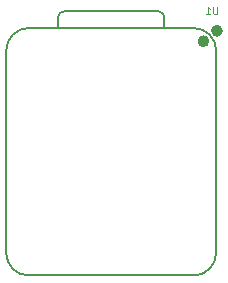
<source format=gbr>
%TF.GenerationSoftware,KiCad,Pcbnew,8.0.6*%
%TF.CreationDate,2024-10-21T22:58:36-05:00*%
%TF.ProjectId,HackPad,4861636b-5061-4642-9e6b-696361645f70,rev?*%
%TF.SameCoordinates,Original*%
%TF.FileFunction,Legend,Bot*%
%TF.FilePolarity,Positive*%
%FSLAX46Y46*%
G04 Gerber Fmt 4.6, Leading zero omitted, Abs format (unit mm)*
G04 Created by KiCad (PCBNEW 8.0.6) date 2024-10-21 22:58:36*
%MOMM*%
%LPD*%
G01*
G04 APERTURE LIST*
%ADD10C,0.101600*%
%ADD11C,0.127000*%
%ADD12C,0.100000*%
%ADD13C,0.504000*%
G04 APERTURE END LIST*
D10*
X138903809Y-35921979D02*
X138903809Y-36436026D01*
X138903809Y-36436026D02*
X138873571Y-36496502D01*
X138873571Y-36496502D02*
X138843333Y-36526741D01*
X138843333Y-36526741D02*
X138782857Y-36556979D01*
X138782857Y-36556979D02*
X138661904Y-36556979D01*
X138661904Y-36556979D02*
X138601428Y-36526741D01*
X138601428Y-36526741D02*
X138571190Y-36496502D01*
X138571190Y-36496502D02*
X138540952Y-36436026D01*
X138540952Y-36436026D02*
X138540952Y-35921979D01*
X137905952Y-36556979D02*
X138268809Y-36556979D01*
X138087381Y-36556979D02*
X138087381Y-35921979D01*
X138087381Y-35921979D02*
X138147857Y-36012693D01*
X138147857Y-36012693D02*
X138208333Y-36073169D01*
X138208333Y-36073169D02*
X138268809Y-36103407D01*
D11*
%TO.C,U1*%
X121030000Y-39632500D02*
X121030000Y-56777500D01*
X122935000Y-58682500D02*
X136905000Y-58682500D01*
X125416000Y-37727500D02*
X125416000Y-36817500D01*
X125916000Y-36317500D02*
X133911272Y-36317500D01*
X134411272Y-36817228D02*
X134415000Y-37727500D01*
D12*
X136905000Y-37727500D02*
X122935000Y-37727500D01*
D11*
X136905000Y-37727500D02*
X122935000Y-37727500D01*
X138810000Y-39632500D02*
X138810000Y-56777500D01*
X121030000Y-39632500D02*
G75*
G02*
X122935000Y-37727500I1905000J0D01*
G01*
X122935000Y-58682500D02*
G75*
G02*
X121030000Y-56777500I0J1905000D01*
G01*
X125416000Y-36817500D02*
G75*
G02*
X125916000Y-36317500I500000J0D01*
G01*
X133911272Y-36317500D02*
G75*
G02*
X134411273Y-36817228I-18J-500019D01*
G01*
X136905000Y-37727500D02*
G75*
G02*
X138810000Y-39632500I-1J-1905001D01*
G01*
X138810000Y-56777500D02*
G75*
G02*
X136905000Y-58682500I-1905001J1D01*
G01*
D13*
X137979000Y-38848500D02*
G75*
G02*
X137475000Y-38848500I-252000J0D01*
G01*
X137475000Y-38848500D02*
G75*
G02*
X137979000Y-38848500I252000J0D01*
G01*
X139122000Y-37968500D02*
G75*
G02*
X138618000Y-37968500I-252000J0D01*
G01*
X138618000Y-37968500D02*
G75*
G02*
X139122000Y-37968500I252000J0D01*
G01*
%TD*%
M02*

</source>
